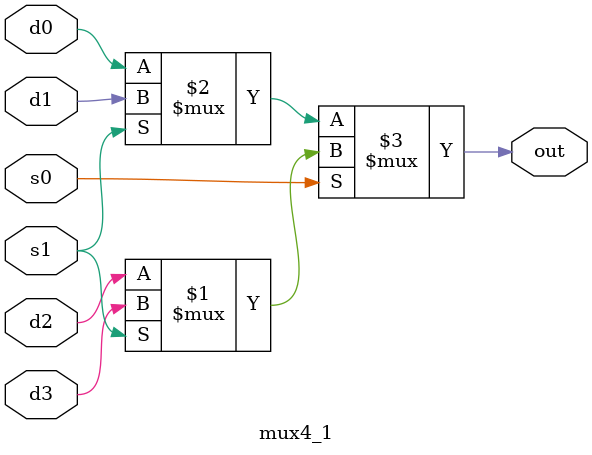
<source format=v>
module mux4_1(d0,d1,d2,d3,s0,s1,out);

input d0,d1,d2,d3;
input s0,s1;
output out;

assign out = s0?(s1?d3:d2):(s1?d1:d0);

endmodule
</source>
